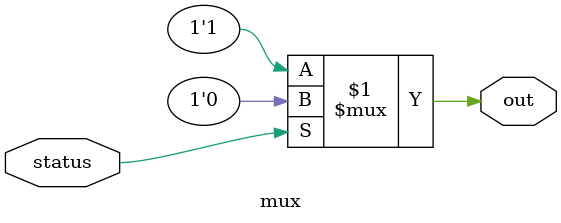
<source format=v>
`timescale 1ns / 1ps


module mux(
    input status,
    output out
    );

    assign out = status ? 1'b0 : 1'b1;

endmodule

</source>
